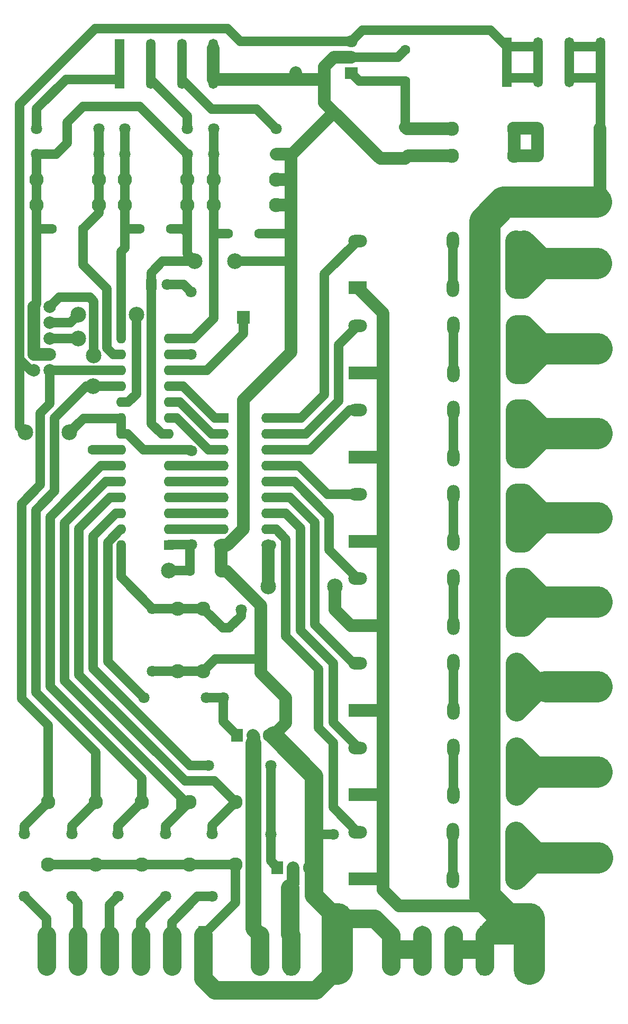
<source format=gbr>
G04 #@! TF.GenerationSoftware,KiCad,Pcbnew,(6.0.4)*
G04 #@! TF.CreationDate,2022-04-09T10:36:05+02:00*
G04 #@! TF.ProjectId,pcb-ihc_kicad,7063622d-6968-4635-9f6b-696361642e6b,rev?*
G04 #@! TF.SameCoordinates,Original*
G04 #@! TF.FileFunction,Copper,L2,Bot*
G04 #@! TF.FilePolarity,Positive*
%FSLAX46Y46*%
G04 Gerber Fmt 4.6, Leading zero omitted, Abs format (unit mm)*
G04 Created by KiCad (PCBNEW (6.0.4)) date 2022-04-09 10:36:05*
%MOMM*%
%LPD*%
G01*
G04 APERTURE LIST*
G04 #@! TA.AperFunction,ComponentPad*
%ADD10C,2.300000*%
G04 #@! TD*
G04 #@! TA.AperFunction,ComponentPad*
%ADD11O,2.000000X3.000000*%
G04 #@! TD*
G04 #@! TA.AperFunction,ComponentPad*
%ADD12R,3.000000X2.000000*%
G04 #@! TD*
G04 #@! TA.AperFunction,ComponentPad*
%ADD13O,3.000000X2.000000*%
G04 #@! TD*
G04 #@! TA.AperFunction,ComponentPad*
%ADD14C,1.800000*%
G04 #@! TD*
G04 #@! TA.AperFunction,ComponentPad*
%ADD15C,5.000000*%
G04 #@! TD*
G04 #@! TA.AperFunction,ComponentPad*
%ADD16R,1.800000X1.800000*%
G04 #@! TD*
G04 #@! TA.AperFunction,ComponentPad*
%ADD17R,1.600000X1.600000*%
G04 #@! TD*
G04 #@! TA.AperFunction,ComponentPad*
%ADD18C,1.600000*%
G04 #@! TD*
G04 #@! TA.AperFunction,ComponentPad*
%ADD19O,1.600000X1.600000*%
G04 #@! TD*
G04 #@! TA.AperFunction,ComponentPad*
%ADD20C,2.000000*%
G04 #@! TD*
G04 #@! TA.AperFunction,ComponentPad*
%ADD21R,1.905000X2.000000*%
G04 #@! TD*
G04 #@! TA.AperFunction,ComponentPad*
%ADD22O,1.905000X2.000000*%
G04 #@! TD*
G04 #@! TA.AperFunction,ComponentPad*
%ADD23R,1.500000X3.000000*%
G04 #@! TD*
G04 #@! TA.AperFunction,ComponentPad*
%ADD24O,1.500000X3.000000*%
G04 #@! TD*
G04 #@! TA.AperFunction,ComponentPad*
%ADD25R,2.000000X2.000000*%
G04 #@! TD*
G04 #@! TA.AperFunction,ComponentPad*
%ADD26R,2.400000X1.600000*%
G04 #@! TD*
G04 #@! TA.AperFunction,ComponentPad*
%ADD27O,2.400000X1.600000*%
G04 #@! TD*
G04 #@! TA.AperFunction,ComponentPad*
%ADD28R,2.000000X1.905000*%
G04 #@! TD*
G04 #@! TA.AperFunction,ComponentPad*
%ADD29O,2.000000X1.905000*%
G04 #@! TD*
G04 #@! TA.AperFunction,ViaPad*
%ADD30C,2.500000*%
G04 #@! TD*
G04 #@! TA.AperFunction,Conductor*
%ADD31C,2.000000*%
G04 #@! TD*
G04 #@! TA.AperFunction,Conductor*
%ADD32C,1.500000*%
G04 #@! TD*
G04 #@! TA.AperFunction,Conductor*
%ADD33C,5.000000*%
G04 #@! TD*
G04 #@! TA.AperFunction,Conductor*
%ADD34C,3.000000*%
G04 #@! TD*
G04 #@! TA.AperFunction,Conductor*
%ADD35C,3.500000*%
G04 #@! TD*
G04 #@! TA.AperFunction,Conductor*
%ADD36C,2.500000*%
G04 #@! TD*
G04 APERTURE END LIST*
D10*
X83900000Y-42672000D03*
X93900000Y-42672000D03*
D11*
X141462766Y-146954233D03*
X141462766Y-154454233D03*
X136422766Y-154454233D03*
X136422766Y-146954233D03*
X146502766Y-154454233D03*
X146502766Y-146954233D03*
D12*
X121162766Y-154454233D03*
D13*
X121162766Y-146954233D03*
D14*
X83900000Y-38608000D03*
X93900000Y-38608000D03*
X97900000Y-147200000D03*
X97900000Y-157200000D03*
D11*
X141478000Y-127448000D03*
X141478000Y-119948000D03*
X136438000Y-119948000D03*
X136438000Y-127448000D03*
X146518000Y-127448000D03*
X146518000Y-119948000D03*
D12*
X121178000Y-127448000D03*
D13*
X121178000Y-119948000D03*
D15*
X159496766Y-150984233D03*
X151496766Y-150984233D03*
D16*
X88138000Y-59436000D03*
D14*
X90678000Y-59436000D03*
D17*
X128778000Y-34290000D03*
D18*
X128778000Y-39290000D03*
D17*
X90932000Y-101092000D03*
D19*
X90932000Y-98552000D03*
X90932000Y-96012000D03*
X90932000Y-93472000D03*
X90932000Y-90932000D03*
X90932000Y-88392000D03*
X90932000Y-85852000D03*
X90932000Y-83312000D03*
X90932000Y-80772000D03*
X90932000Y-78232000D03*
X90932000Y-75692000D03*
X90932000Y-73152000D03*
X90932000Y-70612000D03*
X90932000Y-68072000D03*
X83312000Y-68072000D03*
X83312000Y-70612000D03*
X83312000Y-73152000D03*
X83312000Y-75692000D03*
X83312000Y-78232000D03*
X83312000Y-80772000D03*
X83312000Y-83312000D03*
X83312000Y-85852000D03*
X83312000Y-88392000D03*
X83312000Y-90932000D03*
X83312000Y-93472000D03*
X83312000Y-96012000D03*
X83312000Y-98552000D03*
X83312000Y-101092000D03*
D18*
X128778000Y-26884000D03*
X128778000Y-21884000D03*
D14*
X69776000Y-34524000D03*
X79776000Y-34524000D03*
X98124000Y-38628000D03*
X108124000Y-38628000D03*
D18*
X99300000Y-105200000D03*
X94300000Y-105200000D03*
D20*
X71882000Y-73152000D03*
X69342000Y-73152000D03*
X71882000Y-70612000D03*
X69342000Y-70612000D03*
X71882000Y-68072000D03*
X69342000Y-68072000D03*
X71882000Y-65532000D03*
X69342000Y-65532000D03*
X71882000Y-62992000D03*
X69342000Y-62992000D03*
D14*
X149940000Y-34462000D03*
X159940000Y-34462000D03*
D15*
X159400000Y-123718000D03*
X151400000Y-123718000D03*
D10*
X146224000Y-38862000D03*
X136224000Y-38862000D03*
D11*
X141478000Y-100457000D03*
X141478000Y-92957000D03*
X136438000Y-92957000D03*
X136438000Y-100457000D03*
X146518000Y-92957000D03*
X146518000Y-100457000D03*
D12*
X121178000Y-100457000D03*
D13*
X121178000Y-92957000D03*
D21*
X101854000Y-131501000D03*
D22*
X104394000Y-131501000D03*
X106934000Y-131501000D03*
D11*
X141438000Y-59944000D03*
X141438000Y-52444000D03*
X136398000Y-59944000D03*
X136398000Y-52444000D03*
X146478000Y-59944000D03*
X146478000Y-52444000D03*
D12*
X121138000Y-59944000D03*
D13*
X121138000Y-52444000D03*
D10*
X136224000Y-34544000D03*
X146224000Y-34544000D03*
D15*
X117856000Y-168800000D03*
X117856000Y-160800000D03*
D14*
X97235000Y-136271000D03*
X107235000Y-136271000D03*
D21*
X108320000Y-152600000D03*
D22*
X110860000Y-152600000D03*
X113400000Y-152600000D03*
D18*
X100370000Y-51328000D03*
X105370000Y-51328000D03*
X86273000Y-50546000D03*
X91273000Y-50546000D03*
D10*
X93900000Y-46736000D03*
X83900000Y-46736000D03*
D15*
X151400000Y-69683000D03*
X159400000Y-69683000D03*
D14*
X94488000Y-70612000D03*
X94488000Y-60612000D03*
X67800000Y-147200000D03*
X67800000Y-157200000D03*
X75400000Y-147200000D03*
X75400000Y-157200000D03*
D11*
X141478000Y-140970000D03*
X141478000Y-133470000D03*
X136438000Y-140970000D03*
X136438000Y-133470000D03*
X146518000Y-140970000D03*
X146518000Y-133470000D03*
D12*
X121178000Y-140970000D03*
D13*
X121178000Y-133470000D03*
D10*
X101600000Y-152146000D03*
X101600000Y-142146000D03*
D14*
X82800000Y-147200000D03*
X82800000Y-157200000D03*
D15*
X151339000Y-46220000D03*
X159339000Y-46220000D03*
D18*
X111252000Y-20574000D03*
X111252000Y-25574000D03*
D15*
X148600000Y-160775000D03*
X148600000Y-168775000D03*
D23*
X145004000Y-26368000D03*
X145004000Y-21368000D03*
D24*
X150004000Y-21368000D03*
X150004000Y-26368000D03*
X155004000Y-21368000D03*
X155004000Y-26368000D03*
X160004000Y-21368000D03*
X160004000Y-26368000D03*
D11*
X141478000Y-66033000D03*
X141478000Y-73533000D03*
X136438000Y-66033000D03*
X136438000Y-73533000D03*
X146518000Y-73533000D03*
X146518000Y-66033000D03*
D12*
X121178000Y-73533000D03*
D13*
X121178000Y-66033000D03*
D14*
X88336000Y-111200000D03*
X88336000Y-121200000D03*
D10*
X86614000Y-152146000D03*
X86614000Y-142146000D03*
X69776000Y-46736000D03*
X79776000Y-46736000D03*
D14*
X108124000Y-34544000D03*
X98124000Y-34544000D03*
D10*
X79776000Y-42672000D03*
X69776000Y-42672000D03*
D25*
X102870000Y-64668400D03*
D20*
X110470000Y-64668400D03*
D14*
X86960000Y-125476000D03*
X96960000Y-125476000D03*
D10*
X98124000Y-42692000D03*
X108124000Y-42692000D03*
D18*
X77216000Y-50546000D03*
X72216000Y-50546000D03*
D23*
X141450000Y-163370000D03*
X141450000Y-168370000D03*
D24*
X136450000Y-168370000D03*
X136450000Y-163370000D03*
X131450000Y-168370000D03*
X131450000Y-163370000D03*
X126450000Y-163370000D03*
X126450000Y-168370000D03*
D23*
X110490000Y-168402000D03*
X110490000Y-163402000D03*
D24*
X105490000Y-163402000D03*
X105490000Y-168402000D03*
D23*
X83028000Y-21622000D03*
X83028000Y-26622000D03*
D24*
X88028000Y-26622000D03*
X88028000Y-21622000D03*
X93028000Y-26622000D03*
X93028000Y-21622000D03*
X98028000Y-26622000D03*
X98028000Y-21622000D03*
D11*
X141478000Y-79495000D03*
X141478000Y-86995000D03*
X136438000Y-79495000D03*
X136438000Y-86995000D03*
X146518000Y-86995000D03*
X146518000Y-79495000D03*
D12*
X121178000Y-86995000D03*
D13*
X121178000Y-79495000D03*
D18*
X78740000Y-85812000D03*
X78740000Y-80812000D03*
D10*
X94234000Y-152146000D03*
X94234000Y-142146000D03*
D23*
X96400000Y-163400000D03*
X96400000Y-168400000D03*
D24*
X91400000Y-163400000D03*
X91400000Y-168400000D03*
X86400000Y-168400000D03*
X86400000Y-163400000D03*
X81400000Y-163400000D03*
X81400000Y-168400000D03*
X76400000Y-168400000D03*
X76400000Y-163400000D03*
X71400000Y-163400000D03*
X71400000Y-168400000D03*
D26*
X99299000Y-80772000D03*
D27*
X99299000Y-83312000D03*
X99299000Y-85852000D03*
X99299000Y-88392000D03*
X99299000Y-90932000D03*
X99299000Y-93472000D03*
X99299000Y-96012000D03*
X99299000Y-98552000D03*
X99299000Y-101092000D03*
X106919000Y-101092000D03*
X106919000Y-98552000D03*
X106919000Y-96012000D03*
X106919000Y-93472000D03*
X106919000Y-90932000D03*
X106919000Y-88392000D03*
X106919000Y-85852000D03*
X106919000Y-83312000D03*
X106919000Y-80772000D03*
D15*
X151360000Y-56064000D03*
X159360000Y-56064000D03*
D14*
X79776000Y-38608000D03*
X69776000Y-38608000D03*
X149940000Y-38862000D03*
X159940000Y-38862000D03*
D28*
X120142000Y-25654000D03*
D29*
X120142000Y-23114000D03*
X120142000Y-20574000D03*
D10*
X108124000Y-46756000D03*
X98124000Y-46756000D03*
D14*
X94526000Y-86007000D03*
X94526000Y-101007000D03*
D10*
X71628000Y-152146000D03*
X71628000Y-142146000D03*
D15*
X151400000Y-96667000D03*
X159400000Y-96667000D03*
D14*
X99648000Y-125476000D03*
X109648000Y-125476000D03*
D15*
X151400000Y-83175000D03*
X159400000Y-83175000D03*
D10*
X79200000Y-152146000D03*
X79200000Y-142146000D03*
D15*
X159400000Y-110159000D03*
X151400000Y-110159000D03*
D11*
X141478000Y-106419000D03*
X141478000Y-113919000D03*
X136438000Y-106419000D03*
X136438000Y-113919000D03*
X146518000Y-113919000D03*
X146518000Y-106419000D03*
D12*
X121178000Y-113919000D03*
D13*
X121178000Y-106419000D03*
D14*
X90400000Y-147200000D03*
X90400000Y-157200000D03*
D10*
X92400000Y-111200000D03*
X92400000Y-121200000D03*
D14*
X93900000Y-34524000D03*
X83900000Y-34524000D03*
X107268000Y-147320000D03*
X117268000Y-147320000D03*
D18*
X100600000Y-114300000D03*
X100600000Y-119300000D03*
D14*
X117500000Y-111400000D03*
X102500000Y-111400000D03*
D10*
X96464000Y-111200000D03*
X96464000Y-121200000D03*
D15*
X159400000Y-137270000D03*
X151400000Y-137270000D03*
D30*
X95097600Y-55727600D03*
X101498400Y-55676800D03*
X106869020Y-107696000D03*
X117475000Y-107696000D03*
X75043500Y-83058000D03*
X67958500Y-83058000D03*
X78853500Y-75692000D03*
X78923594Y-70752500D03*
X85720000Y-64230000D03*
X76454000Y-64267078D03*
X90932000Y-105156000D03*
X76454000Y-68072000D03*
D31*
X111252000Y-25574000D02*
X111252000Y-26162000D01*
X98028000Y-26622000D02*
X110792000Y-26622000D01*
D32*
X69776000Y-50874000D02*
X69776000Y-62558000D01*
X78740000Y-85812000D02*
X83272000Y-85812000D01*
D33*
X117856000Y-160800000D02*
X117856000Y-168800000D01*
D34*
X126450000Y-168370000D02*
X126450000Y-165650000D01*
D31*
X129206000Y-38862000D02*
X128778000Y-39290000D01*
D32*
X101600000Y-152146000D02*
X94234000Y-152146000D01*
D31*
X71882000Y-70612000D02*
X69342000Y-70612000D01*
D32*
X79200000Y-152146000D02*
X71628000Y-152146000D01*
X70104000Y-50546000D02*
X69776000Y-50874000D01*
D31*
X108124000Y-46756000D02*
X110256000Y-46756000D01*
D34*
X96400000Y-168400000D02*
X96400000Y-170314000D01*
D31*
X117348000Y-23114000D02*
X120142000Y-23114000D01*
D32*
X72898000Y-38608000D02*
X74676000Y-36830000D01*
X69776000Y-38608000D02*
X69776000Y-42672000D01*
D31*
X110470000Y-64668400D02*
X110470000Y-55733000D01*
D32*
X89800630Y-83312000D02*
X88138000Y-81649370D01*
X92400000Y-121200000D02*
X96464000Y-121200000D01*
D31*
X105664000Y-110744000D02*
X100120000Y-105200000D01*
D32*
X86280000Y-30988000D02*
X93900000Y-38608000D01*
X100600000Y-119300000D02*
X98364000Y-119300000D01*
X100600000Y-119300000D02*
X105584000Y-119300000D01*
X117268000Y-147320000D02*
X114681000Y-147320000D01*
X127548000Y-23114000D02*
X128778000Y-21884000D01*
X88138000Y-59436000D02*
X88138000Y-81649370D01*
X110430000Y-51328000D02*
X110470000Y-51288000D01*
D31*
X110470000Y-55733000D02*
X110470000Y-51288000D01*
D32*
X74676000Y-33528000D02*
X77216000Y-30988000D01*
D31*
X110470000Y-70251000D02*
X110470000Y-64668400D01*
D34*
X123880000Y-160800000D02*
X117856000Y-160800000D01*
D31*
X115824000Y-24638000D02*
X117348000Y-23114000D01*
D32*
X77216000Y-30988000D02*
X86280000Y-30988000D01*
X93268800Y-50546000D02*
X93900000Y-51177200D01*
D34*
X114112020Y-157056020D02*
X114112020Y-147888980D01*
D32*
X86614000Y-152146000D02*
X94234000Y-152146000D01*
D31*
X111252000Y-26162000D02*
X110792000Y-26622000D01*
D34*
X114112020Y-147888980D02*
X114112020Y-137967000D01*
D31*
X69342000Y-65532000D02*
X69342000Y-62992000D01*
X110343000Y-38628000D02*
X110470000Y-38755000D01*
X108124000Y-38628000D02*
X110343000Y-38628000D01*
D32*
X74676000Y-36830000D02*
X74676000Y-33528000D01*
X95097600Y-55727600D02*
X95072200Y-55753000D01*
D31*
X117348000Y-31877000D02*
X115824000Y-30353000D01*
X99300000Y-101093000D02*
X99299000Y-101092000D01*
D34*
X96400000Y-168400000D02*
X96400000Y-163400000D01*
D32*
X105584000Y-119300000D02*
X105664000Y-119380000D01*
D31*
X115824000Y-26289000D02*
X115824000Y-24638000D01*
D32*
X89941400Y-55727600D02*
X88138000Y-57531000D01*
D31*
X110470000Y-46970000D02*
X110470000Y-42184000D01*
X110470000Y-42184000D02*
X110470000Y-38755000D01*
D32*
X93900000Y-54530000D02*
X93900000Y-51177200D01*
D34*
X98298000Y-172212000D02*
X114444000Y-172212000D01*
D32*
X88138000Y-57531000D02*
X88138000Y-59436000D01*
X101498400Y-55676800D02*
X110413800Y-55676800D01*
D34*
X126450000Y-163370000D02*
X123880000Y-160800000D01*
D32*
X98364000Y-119300000D02*
X96464000Y-121200000D01*
X93900000Y-46736000D02*
X93900000Y-47919000D01*
D31*
X105664000Y-121492000D02*
X105664000Y-119380000D01*
X105664000Y-119380000D02*
X105664000Y-110744000D01*
D32*
X69776000Y-46736000D02*
X69776000Y-50874000D01*
D31*
X99300000Y-105200000D02*
X99300000Y-101093000D01*
D32*
X120142000Y-23114000D02*
X127548000Y-23114000D01*
D34*
X131149000Y-165650000D02*
X131450000Y-165349000D01*
D31*
X110470000Y-38755000D02*
X117348000Y-31877000D01*
D34*
X114112020Y-137967000D02*
X107646020Y-131501000D01*
X131450000Y-165349000D02*
X131450000Y-163370000D01*
D31*
X115491000Y-26622000D02*
X115824000Y-26289000D01*
X110792000Y-26622000D02*
X115491000Y-26622000D01*
D32*
X91273000Y-50546000D02*
X93268800Y-50546000D01*
D31*
X109648000Y-125476000D02*
X105664000Y-121492000D01*
X99299000Y-101092000D02*
X100269591Y-101092000D01*
X98028000Y-26622000D02*
X98028000Y-21622000D01*
D32*
X83272000Y-85812000D02*
X83312000Y-85852000D01*
D31*
X108124000Y-42692000D02*
X109962000Y-42692000D01*
D34*
X126450000Y-165650000D02*
X126450000Y-163370000D01*
D31*
X110470000Y-51288000D02*
X110470000Y-46970000D01*
D32*
X69776000Y-38608000D02*
X72898000Y-38608000D01*
X88336000Y-121200000D02*
X92400000Y-121200000D01*
D31*
X69342000Y-68072000D02*
X69342000Y-65532000D01*
X136224000Y-38862000D02*
X129206000Y-38862000D01*
D34*
X117856000Y-160800000D02*
X114112020Y-157056020D01*
D31*
X115824000Y-30353000D02*
X115824000Y-26289000D01*
D32*
X95097600Y-55727600D02*
X89941400Y-55727600D01*
D34*
X131450000Y-168370000D02*
X131450000Y-165349000D01*
D31*
X110256000Y-46756000D02*
X110470000Y-46970000D01*
X102870000Y-77851000D02*
X110470000Y-70251000D01*
D32*
X105370000Y-51328000D02*
X110430000Y-51328000D01*
X72216000Y-50546000D02*
X70104000Y-50546000D01*
D31*
X69342000Y-70612000D02*
X69342000Y-68072000D01*
D32*
X101600000Y-158200000D02*
X96400000Y-163400000D01*
D31*
X109648000Y-129499020D02*
X109648000Y-125476000D01*
D32*
X95097600Y-55727600D02*
X93900000Y-54530000D01*
X90932000Y-83312000D02*
X89800630Y-83312000D01*
D31*
X124761000Y-39290000D02*
X117348000Y-31877000D01*
D32*
X114681000Y-147320000D02*
X114112020Y-147888980D01*
X86614000Y-152146000D02*
X79200000Y-152146000D01*
D31*
X100120000Y-105200000D02*
X99300000Y-105200000D01*
X102870000Y-98491591D02*
X102870000Y-77851000D01*
D32*
X110413800Y-55676800D02*
X110470000Y-55733000D01*
D31*
X109962000Y-42692000D02*
X110470000Y-42184000D01*
D32*
X93900000Y-51177200D02*
X93900000Y-47919000D01*
D31*
X100269591Y-101092000D02*
X102870000Y-98491591D01*
D32*
X93900000Y-38608000D02*
X93900000Y-42672000D01*
X93900000Y-42672000D02*
X93900000Y-46736000D01*
D31*
X107646020Y-131501000D02*
X109648000Y-129499020D01*
D34*
X126450000Y-165650000D02*
X131149000Y-165650000D01*
D32*
X101600000Y-152146000D02*
X101600000Y-158200000D01*
D31*
X128778000Y-39290000D02*
X124761000Y-39290000D01*
D34*
X114444000Y-172212000D02*
X117856000Y-168800000D01*
D32*
X69776000Y-42672000D02*
X69776000Y-46736000D01*
D34*
X96400000Y-170314000D02*
X98298000Y-172212000D01*
D32*
X69776000Y-62558000D02*
X69342000Y-62992000D01*
X155004000Y-26368000D02*
X160004000Y-26368000D01*
D33*
X141478000Y-133470000D02*
X141478000Y-127448000D01*
D32*
X155004000Y-26368000D02*
X155004000Y-21368000D01*
D33*
X151339000Y-46220000D02*
X159339000Y-46220000D01*
D32*
X160004000Y-34398000D02*
X159940000Y-34462000D01*
X106869020Y-101141980D02*
X106919000Y-101092000D01*
D31*
X121178000Y-86995000D02*
X125095000Y-86995000D01*
D33*
X141478000Y-106419000D02*
X141478000Y-100457000D01*
X141462766Y-140985234D02*
X141478000Y-140970000D01*
D31*
X125222000Y-87122000D02*
X125222000Y-99822000D01*
D33*
X141478000Y-127448000D02*
X141478000Y-119948000D01*
X145064467Y-160775000D02*
X143020734Y-158731266D01*
X144534000Y-46220000D02*
X141438000Y-49316000D01*
D31*
X125222000Y-140716000D02*
X125222000Y-154178000D01*
X159940000Y-38862000D02*
X159940000Y-34462000D01*
X121178000Y-113919000D02*
X120019000Y-113919000D01*
X124968000Y-140970000D02*
X125222000Y-140716000D01*
X125222000Y-64028000D02*
X125222000Y-73914000D01*
X106869020Y-107696000D02*
X106869020Y-101141980D01*
D33*
X143020734Y-158731266D02*
X141462766Y-157173299D01*
D34*
X136450000Y-168370000D02*
X136450000Y-165660000D01*
D33*
X141462766Y-146954233D02*
X141462766Y-140985234D01*
D32*
X160004000Y-26368000D02*
X160004000Y-34398000D01*
D31*
X127743266Y-158731266D02*
X143020734Y-158731266D01*
D33*
X148600000Y-160775000D02*
X148600000Y-168775000D01*
D31*
X121178000Y-113919000D02*
X124841000Y-113919000D01*
D32*
X160004000Y-21368000D02*
X160004000Y-26368000D01*
D31*
X121178000Y-127448000D02*
X124654000Y-127448000D01*
D33*
X141478000Y-79495000D02*
X141478000Y-73533000D01*
X141478000Y-59984000D02*
X141438000Y-59944000D01*
D31*
X125222000Y-113538000D02*
X125222000Y-128016000D01*
X125095000Y-86995000D02*
X125222000Y-87122000D01*
D34*
X136450000Y-165660000D02*
X136450000Y-163370000D01*
D31*
X124945767Y-154454233D02*
X125222000Y-154178000D01*
X125222000Y-73914000D02*
X125222000Y-87122000D01*
X117500000Y-111400000D02*
X117500000Y-107721000D01*
D33*
X148600000Y-160775000D02*
X145064467Y-160775000D01*
D31*
X121178000Y-140970000D02*
X124968000Y-140970000D01*
D33*
X141478000Y-66033000D02*
X141478000Y-59984000D01*
D34*
X136450000Y-165660000D02*
X140895000Y-165660000D01*
D31*
X124841000Y-113919000D02*
X125222000Y-113538000D01*
X125222000Y-156210000D02*
X127743266Y-158731266D01*
D33*
X151339000Y-46220000D02*
X144534000Y-46220000D01*
D31*
X159940000Y-38862000D02*
X159940000Y-45619000D01*
D34*
X141450000Y-163370000D02*
X146005000Y-163370000D01*
D33*
X141478000Y-119948000D02*
X141478000Y-113919000D01*
D31*
X120019000Y-113919000D02*
X117500000Y-111400000D01*
D33*
X141478000Y-140970000D02*
X141478000Y-133470000D01*
D32*
X155004000Y-21368000D02*
X160004000Y-21368000D01*
D34*
X140895000Y-165660000D02*
X141450000Y-166215000D01*
D31*
X124841000Y-73533000D02*
X125222000Y-73914000D01*
D33*
X141478000Y-73533000D02*
X141478000Y-66033000D01*
D31*
X124654000Y-127448000D02*
X125222000Y-128016000D01*
D33*
X141462766Y-157173299D02*
X141462766Y-154454233D01*
D31*
X121162766Y-154454233D02*
X124945767Y-154454233D01*
X125222000Y-154178000D02*
X125222000Y-156210000D01*
X121178000Y-73533000D02*
X124841000Y-73533000D01*
X121138000Y-59944000D02*
X125222000Y-64028000D01*
X125222000Y-128016000D02*
X125222000Y-140716000D01*
X121178000Y-100457000D02*
X124587000Y-100457000D01*
D33*
X141438000Y-59944000D02*
X141438000Y-52444000D01*
D31*
X124587000Y-100457000D02*
X125222000Y-99822000D01*
D34*
X144045000Y-160775000D02*
X145064467Y-160775000D01*
D33*
X141478000Y-113919000D02*
X141478000Y-106419000D01*
D34*
X141450000Y-168370000D02*
X141450000Y-166215000D01*
D31*
X125222000Y-99822000D02*
X125222000Y-113538000D01*
D33*
X141478000Y-86995000D02*
X141478000Y-79495000D01*
X141438000Y-49316000D02*
X141438000Y-52444000D01*
X141478000Y-100457000D02*
X141478000Y-92957000D01*
D34*
X141450000Y-166215000D02*
X141450000Y-163370000D01*
D31*
X117500000Y-107721000D02*
X117475000Y-107696000D01*
D33*
X141478000Y-92957000D02*
X141478000Y-86995000D01*
D34*
X146005000Y-163370000D02*
X148600000Y-160775000D01*
D33*
X141462766Y-154454233D02*
X141462766Y-146954233D01*
D34*
X141450000Y-163370000D02*
X144045000Y-160775000D01*
D31*
X159940000Y-45619000D02*
X159339000Y-46220000D01*
D32*
X83312000Y-83312000D02*
X84328000Y-83312000D01*
X86868000Y-85852000D02*
X90932000Y-85852000D01*
X145004000Y-26368000D02*
X150004000Y-26368000D01*
X78740000Y-80812000D02*
X83272000Y-80812000D01*
X90932000Y-85852000D02*
X94371000Y-85852000D01*
X111252000Y-20574000D02*
X120142000Y-20574000D01*
X102362000Y-20574000D02*
X100330000Y-18542000D01*
X67056000Y-30607000D02*
X67056000Y-71365869D01*
X120142000Y-20574000D02*
X121920000Y-18796000D01*
X111252000Y-20574000D02*
X102362000Y-20574000D01*
X100330000Y-18542000D02*
X79121000Y-18542000D01*
X83272000Y-80812000D02*
X83312000Y-80772000D01*
X75043500Y-83058000D02*
X77289500Y-80812000D01*
X84328000Y-83312000D02*
X86868000Y-85852000D01*
X121920000Y-18796000D02*
X142432000Y-18796000D01*
X150004000Y-26368000D02*
X150004000Y-21368000D01*
X145004000Y-21368000D02*
X145004000Y-26368000D01*
X142432000Y-18796000D02*
X145004000Y-21368000D01*
X67056000Y-71365869D02*
X67056000Y-80010000D01*
X94371000Y-85852000D02*
X94526000Y-86007000D01*
X79121000Y-18542000D02*
X67056000Y-30607000D01*
X67056000Y-82155500D02*
X67958500Y-83058000D01*
X67056000Y-71365869D02*
X68842131Y-73152000D01*
X83312000Y-80772000D02*
X83312000Y-83312000D01*
X67056000Y-80010000D02*
X67056000Y-82155500D01*
X68842131Y-73152000D02*
X69342000Y-73152000D01*
X77289500Y-80812000D02*
X78740000Y-80812000D01*
X150004000Y-21368000D02*
X145004000Y-21368000D01*
D35*
X147740000Y-52444000D02*
X151360000Y-56064000D01*
X146478000Y-52444000D02*
X146478000Y-57190000D01*
D33*
X159360000Y-56064000D02*
X151360000Y-56064000D01*
D35*
X146478000Y-59944000D02*
X147480000Y-59944000D01*
X147604000Y-56064000D02*
X146478000Y-57190000D01*
X147480000Y-59944000D02*
X151360000Y-56064000D01*
X151360000Y-56064000D02*
X147604000Y-56064000D01*
X146478000Y-57190000D02*
X146478000Y-59944000D01*
X146518000Y-66033000D02*
X147750000Y-66033000D01*
X146518000Y-70779000D02*
X146518000Y-73533000D01*
X146518000Y-73533000D02*
X147550000Y-73533000D01*
X151400000Y-69683000D02*
X147614000Y-69683000D01*
X147614000Y-69683000D02*
X146518000Y-70779000D01*
X146518000Y-66033000D02*
X146518000Y-70779000D01*
D33*
X159400000Y-69683000D02*
X151400000Y-69683000D01*
D35*
X147550000Y-73533000D02*
X151400000Y-69683000D01*
X147750000Y-66033000D02*
X151400000Y-69683000D01*
X147584000Y-83175000D02*
X146518000Y-84241000D01*
X146518000Y-84241000D02*
X146518000Y-86995000D01*
X146518000Y-86995000D02*
X147580000Y-86995000D01*
X146518000Y-79495000D02*
X147720000Y-79495000D01*
X146518000Y-79495000D02*
X146518000Y-84241000D01*
X151400000Y-83175000D02*
X147584000Y-83175000D01*
X147720000Y-79495000D02*
X151400000Y-83175000D01*
X147580000Y-86995000D02*
X151400000Y-83175000D01*
D33*
X159400000Y-83175000D02*
X151400000Y-83175000D01*
D35*
X146518000Y-100457000D02*
X146518000Y-96433000D01*
X146518000Y-100457000D02*
X147610000Y-100457000D01*
X146752000Y-96667000D02*
X146518000Y-96433000D01*
X151400000Y-96667000D02*
X146752000Y-96667000D01*
D33*
X159400000Y-96667000D02*
X151400000Y-96667000D01*
D35*
X146518000Y-92957000D02*
X147690000Y-92957000D01*
X146518000Y-96433000D02*
X146518000Y-92957000D01*
X147690000Y-92957000D02*
X151400000Y-96667000D01*
X147610000Y-100457000D02*
X151400000Y-96667000D01*
X147640000Y-113919000D02*
X151400000Y-110159000D01*
X146518000Y-113919000D02*
X147640000Y-113919000D01*
D33*
X159400000Y-110159000D02*
X151400000Y-110159000D01*
D35*
X146518000Y-111673000D02*
X146518000Y-113919000D01*
X146518000Y-106419000D02*
X146518000Y-110149000D01*
X146518000Y-106419000D02*
X147660000Y-106419000D01*
X147660000Y-106419000D02*
X151400000Y-110159000D01*
X151400000Y-110159000D02*
X149886000Y-111673000D01*
X146518000Y-110149000D02*
X146518000Y-111673000D01*
X149886000Y-111673000D02*
X146518000Y-111673000D01*
X146528000Y-110159000D02*
X146518000Y-110149000D01*
X151400000Y-110159000D02*
X146528000Y-110159000D01*
X146518000Y-119948000D02*
X146518000Y-127448000D01*
D33*
X151400000Y-123718000D02*
X159400000Y-123718000D01*
D35*
X151400000Y-123718000D02*
X150248000Y-123718000D01*
X150288000Y-123718000D02*
X146518000Y-119948000D01*
X151400000Y-123718000D02*
X150288000Y-123718000D01*
X150248000Y-123718000D02*
X146518000Y-127448000D01*
X151400000Y-137270000D02*
X150318000Y-137270000D01*
D33*
X159400000Y-137270000D02*
X150218000Y-137270000D01*
D35*
X151400000Y-137270000D02*
X150218000Y-137270000D01*
X150318000Y-137270000D02*
X146518000Y-133470000D01*
X146518000Y-136612000D02*
X146518000Y-133470000D01*
X147176000Y-137270000D02*
X146518000Y-136612000D01*
X150218000Y-137270000D02*
X146518000Y-140970000D01*
X146518000Y-140970000D02*
X146518000Y-136612000D01*
X151400000Y-137270000D02*
X147176000Y-137270000D01*
X150532766Y-150984233D02*
X146502766Y-146954233D01*
X151496766Y-150984233D02*
X147980766Y-150984233D01*
X146502766Y-152462233D02*
X146502766Y-146954233D01*
X147980766Y-150984233D02*
X146502766Y-152462233D01*
X149972766Y-150984233D02*
X146502766Y-154454233D01*
D33*
X159496766Y-150984233D02*
X147980766Y-150984233D01*
D35*
X151496766Y-150984233D02*
X149972766Y-150984233D01*
X146502766Y-154454233D02*
X146502766Y-152462233D01*
X151496766Y-150984233D02*
X150532766Y-150984233D01*
D32*
X136398000Y-52444000D02*
X136398000Y-59944000D01*
X115828969Y-77065985D02*
X115828969Y-57753031D01*
X106919000Y-80772000D02*
X112122954Y-80772000D01*
X112122954Y-80772000D02*
X115828969Y-77065985D01*
X115828969Y-57753031D02*
X121138000Y-52444000D01*
X136438000Y-66033000D02*
X136438000Y-73533000D01*
X118128489Y-69082511D02*
X121178000Y-66033000D01*
X118128489Y-78018477D02*
X118128489Y-69082511D01*
X106919000Y-83312000D02*
X112834966Y-83312000D01*
X112834966Y-83312000D02*
X118128489Y-78018477D01*
X136438000Y-79495000D02*
X136438000Y-86995000D01*
X119903978Y-79495000D02*
X121178000Y-79495000D01*
X113546978Y-85852000D02*
X119903978Y-79495000D01*
X106919000Y-85852000D02*
X113546978Y-85852000D01*
X136438000Y-92957000D02*
X136438000Y-100457000D01*
X116320036Y-92957000D02*
X121178000Y-92957000D01*
X111755036Y-88392000D02*
X116320036Y-92957000D01*
X106919000Y-88392000D02*
X111755036Y-88392000D01*
X136438000Y-106419000D02*
X136438000Y-113919000D01*
X111043024Y-90932000D02*
X116599520Y-96488496D01*
X116599520Y-96488496D02*
X116599520Y-101840520D01*
X116599520Y-101840520D02*
X121178000Y-106419000D01*
X106919000Y-90932000D02*
X111043024Y-90932000D01*
X136438000Y-119948000D02*
X136438000Y-127448000D01*
X110331012Y-93472000D02*
X114300000Y-97440988D01*
X106919000Y-93472000D02*
X110331012Y-93472000D01*
X120456000Y-119948000D02*
X121178000Y-119948000D01*
X114300000Y-113792000D02*
X120456000Y-119948000D01*
X114300000Y-97440988D02*
X114300000Y-113792000D01*
X136438000Y-133470000D02*
X136438000Y-140970000D01*
X117221000Y-119965012D02*
X117221000Y-129413000D01*
X106919000Y-96012000D02*
X109619000Y-96012000D01*
X121178000Y-133370000D02*
X121178000Y-133470000D01*
X109619000Y-96012000D02*
X111968040Y-98361040D01*
X111968040Y-114712052D02*
X117221000Y-119965012D01*
X117221000Y-129413000D02*
X121178000Y-133370000D01*
X111968040Y-98361040D02*
X111968040Y-114712052D01*
X136422766Y-146954233D02*
X136422766Y-154454233D01*
X108101723Y-98552000D02*
X109668520Y-100118797D01*
X109668520Y-115664544D02*
X114857988Y-120854012D01*
X114857988Y-130302000D02*
X117221000Y-132665012D01*
X109668520Y-100118797D02*
X109668520Y-115664544D01*
X106919000Y-98552000D02*
X108101723Y-98552000D01*
X117221000Y-143012467D02*
X121162766Y-146954233D01*
X114857988Y-120854012D02*
X114857988Y-130302000D01*
X117221000Y-132665012D02*
X117221000Y-143012467D01*
X121372000Y-26884000D02*
X120142000Y-25654000D01*
D31*
X129032000Y-34544000D02*
X128778000Y-34290000D01*
X136224000Y-34544000D02*
X129032000Y-34544000D01*
D32*
X128778000Y-26884000D02*
X121372000Y-26884000D01*
X128778000Y-34290000D02*
X128778000Y-26884000D01*
D31*
X146224000Y-34544000D02*
X146224000Y-38862000D01*
X149940000Y-34462000D02*
X146306000Y-34462000D01*
X146306000Y-34462000D02*
X146224000Y-34544000D01*
X149940000Y-34462000D02*
X149940000Y-38862000D01*
X149940000Y-38862000D02*
X146224000Y-38862000D01*
D32*
X71400000Y-160800000D02*
X67800000Y-157200000D01*
D34*
X71400000Y-168400000D02*
X71400000Y-163400000D01*
D32*
X71400000Y-163400000D02*
X71400000Y-160800000D01*
D34*
X76400000Y-168400000D02*
X76400000Y-163400000D01*
D32*
X76400000Y-158200000D02*
X75400000Y-157200000D01*
X76400000Y-163400000D02*
X76400000Y-158200000D01*
D34*
X81400000Y-168400000D02*
X81400000Y-163400000D01*
D32*
X81400000Y-158600000D02*
X82800000Y-157200000D01*
X81400000Y-163400000D02*
X81400000Y-158600000D01*
D34*
X86400000Y-168400000D02*
X86400000Y-163400000D01*
D32*
X86400000Y-161200000D02*
X90400000Y-157200000D01*
X86400000Y-163400000D02*
X86400000Y-161200000D01*
X91400000Y-163400000D02*
X91400000Y-161330000D01*
D34*
X91400000Y-168400000D02*
X91400000Y-163400000D01*
D32*
X91400000Y-161330000D02*
X95530000Y-157200000D01*
X95530000Y-157200000D02*
X97900000Y-157200000D01*
X69776000Y-34524000D02*
X69776000Y-31316000D01*
X74470000Y-26622000D02*
X83028000Y-26622000D01*
X69776000Y-31316000D02*
X74470000Y-26622000D01*
X83028000Y-21622000D02*
X83028000Y-26622000D01*
X93900000Y-34524000D02*
X93900000Y-32494000D01*
X88028000Y-21622000D02*
X88028000Y-26622000D01*
X93900000Y-32494000D02*
X88028000Y-26622000D01*
X104949000Y-31369000D02*
X97775000Y-31369000D01*
X93028000Y-21622000D02*
X93028000Y-26622000D01*
X108124000Y-34544000D02*
X104949000Y-31369000D01*
X97775000Y-31369000D02*
X93028000Y-26622000D01*
D34*
X110312500Y-163224500D02*
X110312500Y-155829000D01*
D31*
X110860000Y-155281500D02*
X110312500Y-155829000D01*
D34*
X110490000Y-163402000D02*
X110312500Y-163224500D01*
X110490000Y-163402000D02*
X110490000Y-168402000D01*
D31*
X110860000Y-152600000D02*
X110860000Y-155281500D01*
X104581980Y-132654019D02*
X104470844Y-132765155D01*
X104581980Y-131688980D02*
X104581980Y-132654019D01*
D36*
X104470844Y-162382844D02*
X104470844Y-132765155D01*
X105490000Y-163402000D02*
X104470844Y-162382844D01*
D34*
X105490000Y-163402000D02*
X105490000Y-168402000D01*
D31*
X104394000Y-131501000D02*
X104581980Y-131688980D01*
D32*
X107235000Y-147287000D02*
X107268000Y-147320000D01*
X107268000Y-147320000D02*
X107268000Y-151548000D01*
X107268000Y-151548000D02*
X108320000Y-152600000D01*
X107235000Y-136271000D02*
X107235000Y-147287000D01*
X99648000Y-125476000D02*
X99648000Y-129295000D01*
X96960000Y-125476000D02*
X99648000Y-125476000D01*
X99648000Y-129295000D02*
X101854000Y-131501000D01*
X78853480Y-99645031D02*
X82486511Y-96012000D01*
X78853480Y-120833613D02*
X78853480Y-99645031D01*
X94319867Y-136300000D02*
X78853480Y-120833613D01*
X94319867Y-136300000D02*
X94348867Y-136271000D01*
X94348867Y-136271000D02*
X97235000Y-136271000D01*
X82486511Y-96012000D02*
X83312000Y-96012000D01*
X81153000Y-100635395D02*
X83236395Y-98552000D01*
X81153000Y-119669000D02*
X81153000Y-100635395D01*
X86960000Y-125476000D02*
X81153000Y-119669000D01*
X83236395Y-98552000D02*
X83312000Y-98552000D01*
X102870000Y-67310000D02*
X102870000Y-64668400D01*
X97028000Y-73152000D02*
X102870000Y-67310000D01*
X90932000Y-73152000D02*
X97028000Y-73152000D01*
X98151000Y-51328000D02*
X98124000Y-51355000D01*
X98124000Y-49082000D02*
X98124000Y-51355000D01*
X98124000Y-64817000D02*
X94869000Y-68072000D01*
X98124000Y-38628000D02*
X98124000Y-34544000D01*
X94869000Y-68072000D02*
X90932000Y-68072000D01*
X100370000Y-51328000D02*
X98151000Y-51328000D01*
X98124000Y-46756000D02*
X98124000Y-42692000D01*
X98124000Y-42692000D02*
X98124000Y-38628000D01*
X98124000Y-51355000D02*
X98124000Y-64817000D01*
X98124000Y-49082000D02*
X98124000Y-46756000D01*
X83312000Y-54142000D02*
X83312000Y-68072000D01*
X83900000Y-53554000D02*
X83312000Y-54142000D01*
X86273000Y-50546000D02*
X84201000Y-50546000D01*
X83900000Y-38608000D02*
X83900000Y-42672000D01*
X83900000Y-46736000D02*
X83900000Y-50847000D01*
X84201000Y-50546000D02*
X83900000Y-50847000D01*
X83900000Y-50847000D02*
X83900000Y-53554000D01*
X83900000Y-34524000D02*
X83900000Y-38608000D01*
X83900000Y-42672000D02*
X83900000Y-46736000D01*
X79776000Y-34524000D02*
X79776000Y-38608000D01*
X79776000Y-47986000D02*
X77216000Y-50546000D01*
X79776000Y-38608000D02*
X79776000Y-42672000D01*
X79776000Y-46736000D02*
X79776000Y-47986000D01*
X82042000Y-70612000D02*
X83312000Y-70612000D01*
X81026000Y-69596000D02*
X82042000Y-70612000D01*
X77216000Y-50546000D02*
X77216000Y-56248000D01*
X77216000Y-56248000D02*
X81026000Y-60058000D01*
X79776000Y-42672000D02*
X79776000Y-46736000D01*
X81026000Y-60058000D02*
X81026000Y-69596000D01*
X83312000Y-106176000D02*
X88336000Y-111200000D01*
X99564000Y-114300000D02*
X96464000Y-111200000D01*
X102500000Y-112400000D02*
X100600000Y-114300000D01*
X96464000Y-111200000D02*
X92400000Y-111200000D01*
X102500000Y-111400000D02*
X102500000Y-112400000D01*
X83312000Y-101092000D02*
X83312000Y-106176000D01*
X100600000Y-114300000D02*
X99564000Y-114300000D01*
X92400000Y-111200000D02*
X88336000Y-111200000D01*
X78923594Y-62108794D02*
X78923594Y-70752500D01*
X72644000Y-80772000D02*
X77724000Y-75692000D01*
X80264000Y-75692000D02*
X83312000Y-75692000D01*
X73406000Y-61468000D02*
X74422000Y-61468000D01*
X75400000Y-145946000D02*
X79200000Y-142146000D01*
X69655400Y-124643581D02*
X69655400Y-95444600D01*
X77724000Y-75692000D02*
X78853500Y-75692000D01*
X78282800Y-61468000D02*
X78923594Y-62108794D01*
X75400000Y-147200000D02*
X75400000Y-145946000D01*
X74422000Y-61468000D02*
X78282800Y-61468000D01*
X78853500Y-75692000D02*
X80264000Y-75692000D01*
X71882000Y-62992000D02*
X73406000Y-61468000D01*
X72644000Y-92456000D02*
X72644000Y-80772000D01*
X79200000Y-142146000D02*
X79200000Y-134188180D01*
X69655400Y-95444600D02*
X72644000Y-92456000D01*
X79200000Y-134188180D02*
X69655400Y-124643581D01*
X86614000Y-138350168D02*
X71954920Y-123691089D01*
X82800000Y-145960000D02*
X86614000Y-142146000D01*
X86614000Y-142146000D02*
X86614000Y-138350168D01*
X71954920Y-123691089D02*
X71954920Y-96547057D01*
X80109977Y-88392000D02*
X83312000Y-88392000D01*
X71954920Y-96547057D02*
X80109977Y-88392000D01*
X82800000Y-147200000D02*
X82800000Y-145960000D01*
X80821989Y-90932000D02*
X83312000Y-90932000D01*
X92851922Y-141336078D02*
X74254440Y-122738597D01*
X90400000Y-147200000D02*
X90400000Y-145980000D01*
X93661843Y-142146000D02*
X92851922Y-141336078D01*
X74254440Y-122738597D02*
X74254440Y-97499549D01*
X74254440Y-97499549D02*
X80821989Y-90932000D01*
X92790000Y-143590000D02*
X94234000Y-142146000D01*
X94234000Y-142146000D02*
X93661843Y-142146000D01*
X92790000Y-143590000D02*
X92851922Y-143528078D01*
X90400000Y-145980000D02*
X92790000Y-143590000D01*
X92851922Y-143528078D02*
X92851922Y-141336078D01*
X76553960Y-121786105D02*
X76553960Y-98452041D01*
X97900000Y-145846000D02*
X101600000Y-142146000D01*
X81534001Y-93472000D02*
X83312000Y-93472000D01*
X97900000Y-147200000D02*
X97900000Y-145846000D01*
X76553960Y-98452041D02*
X81534001Y-93472000D01*
X98203511Y-138749511D02*
X93517366Y-138749511D01*
X93517366Y-138749511D02*
X76553960Y-121786105D01*
X101600000Y-142146000D02*
X98203511Y-138749511D01*
X90932000Y-70612000D02*
X94488000Y-70612000D01*
X93218000Y-75692000D02*
X98298000Y-80772000D01*
X90932000Y-75692000D02*
X93218000Y-75692000D01*
X98298000Y-80772000D02*
X99299000Y-80772000D01*
X92710000Y-78232000D02*
X97790000Y-83312000D01*
X90932000Y-78232000D02*
X92710000Y-78232000D01*
X97790000Y-83312000D02*
X99299000Y-83312000D01*
X90932000Y-80772000D02*
X92189447Y-80772000D01*
X92189447Y-80772000D02*
X97269447Y-85852000D01*
X97269447Y-85852000D02*
X99299000Y-85852000D01*
X90932000Y-88392000D02*
X99299000Y-88392000D01*
X90932000Y-90932000D02*
X99299000Y-90932000D01*
X90932000Y-93472000D02*
X99299000Y-93472000D01*
X90932000Y-96012000D02*
X99299000Y-96012000D01*
X90932000Y-98552000D02*
X99299000Y-98552000D01*
X67355880Y-94442120D02*
X70358000Y-91440000D01*
X71628000Y-142146000D02*
X71628000Y-129868193D01*
X71882000Y-73152000D02*
X83312000Y-73152000D01*
X71628000Y-129868193D02*
X67355880Y-125596073D01*
X67800000Y-145974000D02*
X71628000Y-142146000D01*
X67800000Y-147200000D02*
X67800000Y-145974000D01*
X67355880Y-125596073D02*
X67355880Y-94442120D01*
X70358000Y-91440000D02*
X70358000Y-80010000D01*
X71882000Y-78486000D02*
X71882000Y-73152000D01*
X70358000Y-80010000D02*
X71882000Y-78486000D01*
X84443370Y-78232000D02*
X83312000Y-78232000D01*
X85720000Y-76955370D02*
X84443370Y-78232000D01*
X85720000Y-64230000D02*
X85720000Y-76955370D01*
X75189078Y-65532000D02*
X76454000Y-64267078D01*
X71882000Y-65532000D02*
X75189078Y-65532000D01*
X94526000Y-101007000D02*
X91017000Y-101007000D01*
X91017000Y-101007000D02*
X90932000Y-101092000D01*
X94300000Y-101233000D02*
X94526000Y-101007000D01*
X71882000Y-68072000D02*
X76454000Y-68072000D01*
X94300000Y-105200000D02*
X94300000Y-101233000D01*
X94256000Y-105156000D02*
X94300000Y-105200000D01*
X90932000Y-105156000D02*
X94256000Y-105156000D01*
X93312000Y-59436000D02*
X90678000Y-59436000D01*
X94488000Y-60612000D02*
X93312000Y-59436000D01*
M02*

</source>
